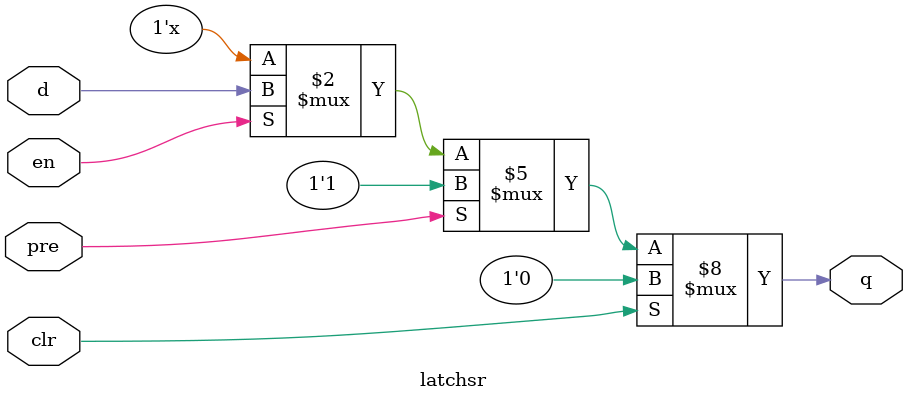
<source format=v>
module latchp
    ( input d, en, output reg q );
	always @*
		if ( en )
			q <= d;
endmodule

module latchn
    ( input d, en, output reg q );
	always @*
		if ( !en )
			q <= d;
endmodule

module latchsr
    ( input d, en, clr, pre, output reg q );
	always @*
		if ( clr )
			q <= 1'b0;
		else if ( pre )
			q <= 1'b1;
		else if ( en )
			q <= d;
endmodule

</source>
